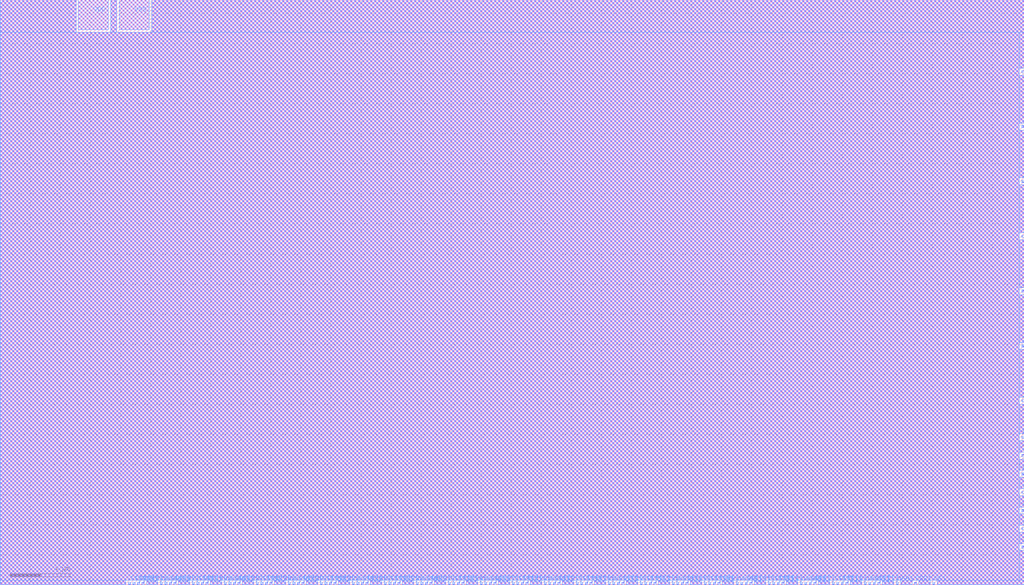
<source format=lef>
VERSION 5.5 ;
NAMESCASESENSITIVE ON ;
BUSBITCHARS "[]" ;
DIVIDERCHAR "/" ;

MACRO sram6t128x48
  CLASS BLOCK ;
  SOURCE USER ;
  ORIGIN 0 0 ;
  SIZE 68.096 BY 38.912 ;
  SYMMETRY X Y R90 ;

  PIN CE1
    DIRECTION INPUT ;
    USE SIGNAL ;
    PORT
      LAYER M2 ;
        RECT 62.016 0.000 62.168 0.152 ;
    END
    PORT
      LAYER M3 ;
        RECT 62.016 0.000 62.168 0.152 ;
    END
    PORT
      LAYER M4 ;
        RECT 62.016 0.000 62.168 0.152 ;
    END
    PORT
      LAYER M5 ;
        RECT 62.016 0.000 62.168 0.152 ;
    END
  END CE1

  PIN CSB1
    DIRECTION INPUT ;
    USE SIGNAL ;
    PORT
      LAYER M2 ;
        RECT 60.800 0.000 60.952 0.152 ;
    END
    PORT
      LAYER M3 ;
        RECT 60.800 0.000 60.952 0.152 ;
    END
    PORT
      LAYER M4 ;
        RECT 60.800 0.000 60.952 0.152 ;
    END
    PORT
      LAYER M5 ;
        RECT 60.800 0.000 60.952 0.152 ;
    END
  END CSB1

  PIN OEB1
    DIRECTION INPUT ;
    USE SIGNAL ;
    PORT
      LAYER M2 ;
        RECT 59.584 0.000 59.736 0.152 ;
    END
    PORT
      LAYER M3 ;
        RECT 59.584 0.000 59.736 0.152 ;
    END
    PORT
      LAYER M4 ;
        RECT 59.584 0.000 59.736 0.152 ;
    END
    PORT
      LAYER M5 ;
        RECT 59.584 0.000 59.736 0.152 ;
    END
  END OEB1

  PIN O1[3]
    DIRECTION OUTPUT ;
    USE SIGNAL ;
    PORT
      LAYER M2 ;
        RECT 58.368 0.000 58.520 0.152 ;
    END
    PORT
      LAYER M3 ;
        RECT 58.368 0.000 58.520 0.152 ;
    END
    PORT
      LAYER M4 ;
        RECT 58.368 0.000 58.520 0.152 ;
    END
    PORT
      LAYER M5 ;
        RECT 58.368 0.000 58.520 0.152 ;
    END
  END O1[3]

  PIN O1[2]
    DIRECTION OUTPUT ;
    USE SIGNAL ;
    PORT
      LAYER M2 ;
        RECT 58.064 0.000 58.216 0.152 ;
    END
    PORT
      LAYER M3 ;
        RECT 58.064 0.000 58.216 0.152 ;
    END
    PORT
      LAYER M4 ;
        RECT 58.064 0.000 58.216 0.152 ;
    END
    PORT
      LAYER M5 ;
        RECT 58.064 0.000 58.216 0.152 ;
    END
  END O1[2]

  PIN O1[1]
    DIRECTION OUTPUT ;
    USE SIGNAL ;
    PORT
      LAYER M2 ;
        RECT 57.760 0.000 57.912 0.152 ;
    END
    PORT
      LAYER M3 ;
        RECT 57.760 0.000 57.912 0.152 ;
    END
    PORT
      LAYER M4 ;
        RECT 57.760 0.000 57.912 0.152 ;
    END
    PORT
      LAYER M5 ;
        RECT 57.760 0.000 57.912 0.152 ;
    END
  END O1[1]

  PIN O1[0]
    DIRECTION OUTPUT ;
    USE SIGNAL ;
    PORT
      LAYER M2 ;
        RECT 57.456 0.000 57.608 0.152 ;
    END
    PORT
      LAYER M3 ;
        RECT 57.456 0.000 57.608 0.152 ;
    END
    PORT
      LAYER M4 ;
        RECT 57.456 0.000 57.608 0.152 ;
    END
    PORT
      LAYER M5 ;
        RECT 57.456 0.000 57.608 0.152 ;
    END
  END O1[0]

  PIN I1[0]
    DIRECTION INPUT ;
    USE SIGNAL ;
    PORT
      LAYER M2 ;
        RECT 56.240 0.000 56.392 0.152 ;
    END
    PORT
      LAYER M3 ;
        RECT 56.240 0.000 56.392 0.152 ;
    END
    PORT
      LAYER M4 ;
        RECT 56.240 0.000 56.392 0.152 ;
    END
    PORT
      LAYER M5 ;
        RECT 56.240 0.000 56.392 0.152 ;
    END
  END I1[0]

  PIN I1[1]
    DIRECTION INPUT ;
    USE SIGNAL ;
    PORT
      LAYER M2 ;
        RECT 55.936 0.000 56.088 0.152 ;
    END
    PORT
      LAYER M3 ;
        RECT 55.936 0.000 56.088 0.152 ;
    END
    PORT
      LAYER M4 ;
        RECT 55.936 0.000 56.088 0.152 ;
    END
    PORT
      LAYER M5 ;
        RECT 55.936 0.000 56.088 0.152 ;
    END
  END I1[1]

  PIN I1[2]
    DIRECTION INPUT ;
    USE SIGNAL ;
    PORT
      LAYER M2 ;
        RECT 55.632 0.000 55.784 0.152 ;
    END
    PORT
      LAYER M3 ;
        RECT 55.632 0.000 55.784 0.152 ;
    END
    PORT
      LAYER M4 ;
        RECT 55.632 0.000 55.784 0.152 ;
    END
    PORT
      LAYER M5 ;
        RECT 55.632 0.000 55.784 0.152 ;
    END
  END I1[2]

  PIN I1[3]
    DIRECTION INPUT ;
    USE SIGNAL ;
    PORT
      LAYER M2 ;
        RECT 55.328 0.000 55.480 0.152 ;
    END
    PORT
      LAYER M3 ;
        RECT 55.328 0.000 55.480 0.152 ;
    END
    PORT
      LAYER M4 ;
        RECT 55.328 0.000 55.480 0.152 ;
    END
    PORT
      LAYER M5 ;
        RECT 55.328 0.000 55.480 0.152 ;
    END
  END I1[3]

  PIN O1[7]
    DIRECTION OUTPUT ;
    USE SIGNAL ;
    PORT
      LAYER M2 ;
        RECT 54.112 0.000 54.264 0.152 ;
    END
    PORT
      LAYER M3 ;
        RECT 54.112 0.000 54.264 0.152 ;
    END
    PORT
      LAYER M4 ;
        RECT 54.112 0.000 54.264 0.152 ;
    END
    PORT
      LAYER M5 ;
        RECT 54.112 0.000 54.264 0.152 ;
    END
  END O1[7]

  PIN O1[6]
    DIRECTION OUTPUT ;
    USE SIGNAL ;
    PORT
      LAYER M2 ;
        RECT 53.808 0.000 53.960 0.152 ;
    END
    PORT
      LAYER M3 ;
        RECT 53.808 0.000 53.960 0.152 ;
    END
    PORT
      LAYER M4 ;
        RECT 53.808 0.000 53.960 0.152 ;
    END
    PORT
      LAYER M5 ;
        RECT 53.808 0.000 53.960 0.152 ;
    END
  END O1[6]

  PIN O1[5]
    DIRECTION OUTPUT ;
    USE SIGNAL ;
    PORT
      LAYER M2 ;
        RECT 53.504 0.000 53.656 0.152 ;
    END
    PORT
      LAYER M3 ;
        RECT 53.504 0.000 53.656 0.152 ;
    END
    PORT
      LAYER M4 ;
        RECT 53.504 0.000 53.656 0.152 ;
    END
    PORT
      LAYER M5 ;
        RECT 53.504 0.000 53.656 0.152 ;
    END
  END O1[5]

  PIN O1[4]
    DIRECTION OUTPUT ;
    USE SIGNAL ;
    PORT
      LAYER M2 ;
        RECT 53.200 0.000 53.352 0.152 ;
    END
    PORT
      LAYER M3 ;
        RECT 53.200 0.000 53.352 0.152 ;
    END
    PORT
      LAYER M4 ;
        RECT 53.200 0.000 53.352 0.152 ;
    END
    PORT
      LAYER M5 ;
        RECT 53.200 0.000 53.352 0.152 ;
    END
  END O1[4]

  PIN I1[4]
    DIRECTION INPUT ;
    USE SIGNAL ;
    PORT
      LAYER M2 ;
        RECT 51.984 0.000 52.136 0.152 ;
    END
    PORT
      LAYER M3 ;
        RECT 51.984 0.000 52.136 0.152 ;
    END
    PORT
      LAYER M4 ;
        RECT 51.984 0.000 52.136 0.152 ;
    END
    PORT
      LAYER M5 ;
        RECT 51.984 0.000 52.136 0.152 ;
    END
  END I1[4]

  PIN I1[5]
    DIRECTION INPUT ;
    USE SIGNAL ;
    PORT
      LAYER M2 ;
        RECT 51.680 0.000 51.832 0.152 ;
    END
    PORT
      LAYER M3 ;
        RECT 51.680 0.000 51.832 0.152 ;
    END
    PORT
      LAYER M4 ;
        RECT 51.680 0.000 51.832 0.152 ;
    END
    PORT
      LAYER M5 ;
        RECT 51.680 0.000 51.832 0.152 ;
    END
  END I1[5]

  PIN I1[6]
    DIRECTION INPUT ;
    USE SIGNAL ;
    PORT
      LAYER M2 ;
        RECT 51.376 0.000 51.528 0.152 ;
    END
    PORT
      LAYER M3 ;
        RECT 51.376 0.000 51.528 0.152 ;
    END
    PORT
      LAYER M4 ;
        RECT 51.376 0.000 51.528 0.152 ;
    END
    PORT
      LAYER M5 ;
        RECT 51.376 0.000 51.528 0.152 ;
    END
  END I1[6]

  PIN I1[7]
    DIRECTION INPUT ;
    USE SIGNAL ;
    PORT
      LAYER M2 ;
        RECT 51.072 0.000 51.224 0.152 ;
    END
    PORT
      LAYER M3 ;
        RECT 51.072 0.000 51.224 0.152 ;
    END
    PORT
      LAYER M4 ;
        RECT 51.072 0.000 51.224 0.152 ;
    END
    PORT
      LAYER M5 ;
        RECT 51.072 0.000 51.224 0.152 ;
    END
  END I1[7]

  PIN O1[11]
    DIRECTION OUTPUT ;
    USE SIGNAL ;
    PORT
      LAYER M2 ;
        RECT 49.856 0.000 50.008 0.152 ;
    END
    PORT
      LAYER M3 ;
        RECT 49.856 0.000 50.008 0.152 ;
    END
    PORT
      LAYER M4 ;
        RECT 49.856 0.000 50.008 0.152 ;
    END
    PORT
      LAYER M5 ;
        RECT 49.856 0.000 50.008 0.152 ;
    END
  END O1[11]

  PIN O1[10]
    DIRECTION OUTPUT ;
    USE SIGNAL ;
    PORT
      LAYER M2 ;
        RECT 49.552 0.000 49.704 0.152 ;
    END
    PORT
      LAYER M3 ;
        RECT 49.552 0.000 49.704 0.152 ;
    END
    PORT
      LAYER M4 ;
        RECT 49.552 0.000 49.704 0.152 ;
    END
    PORT
      LAYER M5 ;
        RECT 49.552 0.000 49.704 0.152 ;
    END
  END O1[10]

  PIN O1[9]
    DIRECTION OUTPUT ;
    USE SIGNAL ;
    PORT
      LAYER M2 ;
        RECT 49.248 0.000 49.400 0.152 ;
    END
    PORT
      LAYER M3 ;
        RECT 49.248 0.000 49.400 0.152 ;
    END
    PORT
      LAYER M4 ;
        RECT 49.248 0.000 49.400 0.152 ;
    END
    PORT
      LAYER M5 ;
        RECT 49.248 0.000 49.400 0.152 ;
    END
  END O1[9]

  PIN O1[8]
    DIRECTION OUTPUT ;
    USE SIGNAL ;
    PORT
      LAYER M2 ;
        RECT 48.944 0.000 49.096 0.152 ;
    END
    PORT
      LAYER M3 ;
        RECT 48.944 0.000 49.096 0.152 ;
    END
    PORT
      LAYER M4 ;
        RECT 48.944 0.000 49.096 0.152 ;
    END
    PORT
      LAYER M5 ;
        RECT 48.944 0.000 49.096 0.152 ;
    END
  END O1[8]

  PIN I1[8]
    DIRECTION INPUT ;
    USE SIGNAL ;
    PORT
      LAYER M2 ;
        RECT 47.728 0.000 47.880 0.152 ;
    END
    PORT
      LAYER M3 ;
        RECT 47.728 0.000 47.880 0.152 ;
    END
    PORT
      LAYER M4 ;
        RECT 47.728 0.000 47.880 0.152 ;
    END
    PORT
      LAYER M5 ;
        RECT 47.728 0.000 47.880 0.152 ;
    END
  END I1[8]

  PIN I1[9]
    DIRECTION INPUT ;
    USE SIGNAL ;
    PORT
      LAYER M2 ;
        RECT 47.424 0.000 47.576 0.152 ;
    END
    PORT
      LAYER M3 ;
        RECT 47.424 0.000 47.576 0.152 ;
    END
    PORT
      LAYER M4 ;
        RECT 47.424 0.000 47.576 0.152 ;
    END
    PORT
      LAYER M5 ;
        RECT 47.424 0.000 47.576 0.152 ;
    END
  END I1[9]

  PIN I1[10]
    DIRECTION INPUT ;
    USE SIGNAL ;
    PORT
      LAYER M2 ;
        RECT 47.120 0.000 47.272 0.152 ;
    END
    PORT
      LAYER M3 ;
        RECT 47.120 0.000 47.272 0.152 ;
    END
    PORT
      LAYER M4 ;
        RECT 47.120 0.000 47.272 0.152 ;
    END
    PORT
      LAYER M5 ;
        RECT 47.120 0.000 47.272 0.152 ;
    END
  END I1[10]

  PIN I1[11]
    DIRECTION INPUT ;
    USE SIGNAL ;
    PORT
      LAYER M2 ;
        RECT 46.816 0.000 46.968 0.152 ;
    END
    PORT
      LAYER M3 ;
        RECT 46.816 0.000 46.968 0.152 ;
    END
    PORT
      LAYER M4 ;
        RECT 46.816 0.000 46.968 0.152 ;
    END
    PORT
      LAYER M5 ;
        RECT 46.816 0.000 46.968 0.152 ;
    END
  END I1[11]

  PIN O1[15]
    DIRECTION OUTPUT ;
    USE SIGNAL ;
    PORT
      LAYER M2 ;
        RECT 45.600 0.000 45.752 0.152 ;
    END
    PORT
      LAYER M3 ;
        RECT 45.600 0.000 45.752 0.152 ;
    END
    PORT
      LAYER M4 ;
        RECT 45.600 0.000 45.752 0.152 ;
    END
    PORT
      LAYER M5 ;
        RECT 45.600 0.000 45.752 0.152 ;
    END
  END O1[15]

  PIN O1[14]
    DIRECTION OUTPUT ;
    USE SIGNAL ;
    PORT
      LAYER M2 ;
        RECT 45.296 0.000 45.448 0.152 ;
    END
    PORT
      LAYER M3 ;
        RECT 45.296 0.000 45.448 0.152 ;
    END
    PORT
      LAYER M4 ;
        RECT 45.296 0.000 45.448 0.152 ;
    END
    PORT
      LAYER M5 ;
        RECT 45.296 0.000 45.448 0.152 ;
    END
  END O1[14]

  PIN O1[13]
    DIRECTION OUTPUT ;
    USE SIGNAL ;
    PORT
      LAYER M2 ;
        RECT 44.992 0.000 45.144 0.152 ;
    END
    PORT
      LAYER M3 ;
        RECT 44.992 0.000 45.144 0.152 ;
    END
    PORT
      LAYER M4 ;
        RECT 44.992 0.000 45.144 0.152 ;
    END
    PORT
      LAYER M5 ;
        RECT 44.992 0.000 45.144 0.152 ;
    END
  END O1[13]

  PIN O1[12]
    DIRECTION OUTPUT ;
    USE SIGNAL ;
    PORT
      LAYER M2 ;
        RECT 44.688 0.000 44.840 0.152 ;
    END
    PORT
      LAYER M3 ;
        RECT 44.688 0.000 44.840 0.152 ;
    END
    PORT
      LAYER M4 ;
        RECT 44.688 0.000 44.840 0.152 ;
    END
    PORT
      LAYER M5 ;
        RECT 44.688 0.000 44.840 0.152 ;
    END
  END O1[12]

  PIN I1[12]
    DIRECTION INPUT ;
    USE SIGNAL ;
    PORT
      LAYER M2 ;
        RECT 43.472 0.000 43.624 0.152 ;
    END
    PORT
      LAYER M3 ;
        RECT 43.472 0.000 43.624 0.152 ;
    END
    PORT
      LAYER M4 ;
        RECT 43.472 0.000 43.624 0.152 ;
    END
    PORT
      LAYER M5 ;
        RECT 43.472 0.000 43.624 0.152 ;
    END
  END I1[12]

  PIN I1[13]
    DIRECTION INPUT ;
    USE SIGNAL ;
    PORT
      LAYER M2 ;
        RECT 43.168 0.000 43.320 0.152 ;
    END
    PORT
      LAYER M3 ;
        RECT 43.168 0.000 43.320 0.152 ;
    END
    PORT
      LAYER M4 ;
        RECT 43.168 0.000 43.320 0.152 ;
    END
    PORT
      LAYER M5 ;
        RECT 43.168 0.000 43.320 0.152 ;
    END
  END I1[13]

  PIN I1[14]
    DIRECTION INPUT ;
    USE SIGNAL ;
    PORT
      LAYER M2 ;
        RECT 42.864 0.000 43.016 0.152 ;
    END
    PORT
      LAYER M3 ;
        RECT 42.864 0.000 43.016 0.152 ;
    END
    PORT
      LAYER M4 ;
        RECT 42.864 0.000 43.016 0.152 ;
    END
    PORT
      LAYER M5 ;
        RECT 42.864 0.000 43.016 0.152 ;
    END
  END I1[14]

  PIN I1[15]
    DIRECTION INPUT ;
    USE SIGNAL ;
    PORT
      LAYER M2 ;
        RECT 42.560 0.000 42.712 0.152 ;
    END
    PORT
      LAYER M3 ;
        RECT 42.560 0.000 42.712 0.152 ;
    END
    PORT
      LAYER M4 ;
        RECT 42.560 0.000 42.712 0.152 ;
    END
    PORT
      LAYER M5 ;
        RECT 42.560 0.000 42.712 0.152 ;
    END
  END I1[15]

  PIN O1[19]
    DIRECTION OUTPUT ;
    USE SIGNAL ;
    PORT
      LAYER M2 ;
        RECT 41.344 0.000 41.496 0.152 ;
    END
    PORT
      LAYER M3 ;
        RECT 41.344 0.000 41.496 0.152 ;
    END
    PORT
      LAYER M4 ;
        RECT 41.344 0.000 41.496 0.152 ;
    END
    PORT
      LAYER M5 ;
        RECT 41.344 0.000 41.496 0.152 ;
    END
  END O1[19]

  PIN O1[18]
    DIRECTION OUTPUT ;
    USE SIGNAL ;
    PORT
      LAYER M2 ;
        RECT 41.040 0.000 41.192 0.152 ;
    END
    PORT
      LAYER M3 ;
        RECT 41.040 0.000 41.192 0.152 ;
    END
    PORT
      LAYER M4 ;
        RECT 41.040 0.000 41.192 0.152 ;
    END
    PORT
      LAYER M5 ;
        RECT 41.040 0.000 41.192 0.152 ;
    END
  END O1[18]

  PIN O1[17]
    DIRECTION OUTPUT ;
    USE SIGNAL ;
    PORT
      LAYER M2 ;
        RECT 40.736 0.000 40.888 0.152 ;
    END
    PORT
      LAYER M3 ;
        RECT 40.736 0.000 40.888 0.152 ;
    END
    PORT
      LAYER M4 ;
        RECT 40.736 0.000 40.888 0.152 ;
    END
    PORT
      LAYER M5 ;
        RECT 40.736 0.000 40.888 0.152 ;
    END
  END O1[17]

  PIN O1[16]
    DIRECTION OUTPUT ;
    USE SIGNAL ;
    PORT
      LAYER M2 ;
        RECT 40.432 0.000 40.584 0.152 ;
    END
    PORT
      LAYER M3 ;
        RECT 40.432 0.000 40.584 0.152 ;
    END
    PORT
      LAYER M4 ;
        RECT 40.432 0.000 40.584 0.152 ;
    END
    PORT
      LAYER M5 ;
        RECT 40.432 0.000 40.584 0.152 ;
    END
  END O1[16]

  PIN I1[16]
    DIRECTION INPUT ;
    USE SIGNAL ;
    PORT
      LAYER M2 ;
        RECT 39.216 0.000 39.368 0.152 ;
    END
    PORT
      LAYER M3 ;
        RECT 39.216 0.000 39.368 0.152 ;
    END
    PORT
      LAYER M4 ;
        RECT 39.216 0.000 39.368 0.152 ;
    END
    PORT
      LAYER M5 ;
        RECT 39.216 0.000 39.368 0.152 ;
    END
  END I1[16]

  PIN I1[17]
    DIRECTION INPUT ;
    USE SIGNAL ;
    PORT
      LAYER M2 ;
        RECT 38.912 0.000 39.064 0.152 ;
    END
    PORT
      LAYER M3 ;
        RECT 38.912 0.000 39.064 0.152 ;
    END
    PORT
      LAYER M4 ;
        RECT 38.912 0.000 39.064 0.152 ;
    END
    PORT
      LAYER M5 ;
        RECT 38.912 0.000 39.064 0.152 ;
    END
  END I1[17]

  PIN I1[18]
    DIRECTION INPUT ;
    USE SIGNAL ;
    PORT
      LAYER M2 ;
        RECT 38.608 0.000 38.760 0.152 ;
    END
    PORT
      LAYER M3 ;
        RECT 38.608 0.000 38.760 0.152 ;
    END
    PORT
      LAYER M4 ;
        RECT 38.608 0.000 38.760 0.152 ;
    END
    PORT
      LAYER M5 ;
        RECT 38.608 0.000 38.760 0.152 ;
    END
  END I1[18]

  PIN I1[19]
    DIRECTION INPUT ;
    USE SIGNAL ;
    PORT
      LAYER M2 ;
        RECT 38.304 0.000 38.456 0.152 ;
    END
    PORT
      LAYER M3 ;
        RECT 38.304 0.000 38.456 0.152 ;
    END
    PORT
      LAYER M4 ;
        RECT 38.304 0.000 38.456 0.152 ;
    END
    PORT
      LAYER M5 ;
        RECT 38.304 0.000 38.456 0.152 ;
    END
  END I1[19]

  PIN O1[23]
    DIRECTION OUTPUT ;
    USE SIGNAL ;
    PORT
      LAYER M2 ;
        RECT 37.088 0.000 37.240 0.152 ;
    END
    PORT
      LAYER M3 ;
        RECT 37.088 0.000 37.240 0.152 ;
    END
    PORT
      LAYER M4 ;
        RECT 37.088 0.000 37.240 0.152 ;
    END
    PORT
      LAYER M5 ;
        RECT 37.088 0.000 37.240 0.152 ;
    END
  END O1[23]

  PIN O1[22]
    DIRECTION OUTPUT ;
    USE SIGNAL ;
    PORT
      LAYER M2 ;
        RECT 36.784 0.000 36.936 0.152 ;
    END
    PORT
      LAYER M3 ;
        RECT 36.784 0.000 36.936 0.152 ;
    END
    PORT
      LAYER M4 ;
        RECT 36.784 0.000 36.936 0.152 ;
    END
    PORT
      LAYER M5 ;
        RECT 36.784 0.000 36.936 0.152 ;
    END
  END O1[22]

  PIN O1[21]
    DIRECTION OUTPUT ;
    USE SIGNAL ;
    PORT
      LAYER M2 ;
        RECT 36.480 0.000 36.632 0.152 ;
    END
    PORT
      LAYER M3 ;
        RECT 36.480 0.000 36.632 0.152 ;
    END
    PORT
      LAYER M4 ;
        RECT 36.480 0.000 36.632 0.152 ;
    END
    PORT
      LAYER M5 ;
        RECT 36.480 0.000 36.632 0.152 ;
    END
  END O1[21]

  PIN O1[20]
    DIRECTION OUTPUT ;
    USE SIGNAL ;
    PORT
      LAYER M2 ;
        RECT 36.176 0.000 36.328 0.152 ;
    END
    PORT
      LAYER M3 ;
        RECT 36.176 0.000 36.328 0.152 ;
    END
    PORT
      LAYER M4 ;
        RECT 36.176 0.000 36.328 0.152 ;
    END
    PORT
      LAYER M5 ;
        RECT 36.176 0.000 36.328 0.152 ;
    END
  END O1[20]

  PIN I1[20]
    DIRECTION INPUT ;
    USE SIGNAL ;
    PORT
      LAYER M2 ;
        RECT 34.960 0.000 35.112 0.152 ;
    END
    PORT
      LAYER M3 ;
        RECT 34.960 0.000 35.112 0.152 ;
    END
    PORT
      LAYER M4 ;
        RECT 34.960 0.000 35.112 0.152 ;
    END
    PORT
      LAYER M5 ;
        RECT 34.960 0.000 35.112 0.152 ;
    END
  END I1[20]

  PIN I1[21]
    DIRECTION INPUT ;
    USE SIGNAL ;
    PORT
      LAYER M2 ;
        RECT 34.656 0.000 34.808 0.152 ;
    END
    PORT
      LAYER M3 ;
        RECT 34.656 0.000 34.808 0.152 ;
    END
    PORT
      LAYER M4 ;
        RECT 34.656 0.000 34.808 0.152 ;
    END
    PORT
      LAYER M5 ;
        RECT 34.656 0.000 34.808 0.152 ;
    END
  END I1[21]

  PIN I1[22]
    DIRECTION INPUT ;
    USE SIGNAL ;
    PORT
      LAYER M2 ;
        RECT 34.352 0.000 34.504 0.152 ;
    END
    PORT
      LAYER M3 ;
        RECT 34.352 0.000 34.504 0.152 ;
    END
    PORT
      LAYER M4 ;
        RECT 34.352 0.000 34.504 0.152 ;
    END
    PORT
      LAYER M5 ;
        RECT 34.352 0.000 34.504 0.152 ;
    END
  END I1[22]

  PIN I1[23]
    DIRECTION INPUT ;
    USE SIGNAL ;
    PORT
      LAYER M2 ;
        RECT 34.048 0.000 34.200 0.152 ;
    END
    PORT
      LAYER M3 ;
        RECT 34.048 0.000 34.200 0.152 ;
    END
    PORT
      LAYER M4 ;
        RECT 34.048 0.000 34.200 0.152 ;
    END
    PORT
      LAYER M5 ;
        RECT 34.048 0.000 34.200 0.152 ;
    END
  END I1[23]

  PIN O1[27]
    DIRECTION OUTPUT ;
    USE SIGNAL ;
    PORT
      LAYER M2 ;
        RECT 32.832 0.000 32.984 0.152 ;
    END
    PORT
      LAYER M3 ;
        RECT 32.832 0.000 32.984 0.152 ;
    END
    PORT
      LAYER M4 ;
        RECT 32.832 0.000 32.984 0.152 ;
    END
    PORT
      LAYER M5 ;
        RECT 32.832 0.000 32.984 0.152 ;
    END
  END O1[27]

  PIN O1[26]
    DIRECTION OUTPUT ;
    USE SIGNAL ;
    PORT
      LAYER M2 ;
        RECT 32.528 0.000 32.680 0.152 ;
    END
    PORT
      LAYER M3 ;
        RECT 32.528 0.000 32.680 0.152 ;
    END
    PORT
      LAYER M4 ;
        RECT 32.528 0.000 32.680 0.152 ;
    END
    PORT
      LAYER M5 ;
        RECT 32.528 0.000 32.680 0.152 ;
    END
  END O1[26]

  PIN O1[25]
    DIRECTION OUTPUT ;
    USE SIGNAL ;
    PORT
      LAYER M2 ;
        RECT 32.224 0.000 32.376 0.152 ;
    END
    PORT
      LAYER M3 ;
        RECT 32.224 0.000 32.376 0.152 ;
    END
    PORT
      LAYER M4 ;
        RECT 32.224 0.000 32.376 0.152 ;
    END
    PORT
      LAYER M5 ;
        RECT 32.224 0.000 32.376 0.152 ;
    END
  END O1[25]

  PIN O1[24]
    DIRECTION OUTPUT ;
    USE SIGNAL ;
    PORT
      LAYER M2 ;
        RECT 31.920 0.000 32.072 0.152 ;
    END
    PORT
      LAYER M3 ;
        RECT 31.920 0.000 32.072 0.152 ;
    END
    PORT
      LAYER M4 ;
        RECT 31.920 0.000 32.072 0.152 ;
    END
    PORT
      LAYER M5 ;
        RECT 31.920 0.000 32.072 0.152 ;
    END
  END O1[24]

  PIN I1[24]
    DIRECTION INPUT ;
    USE SIGNAL ;
    PORT
      LAYER M2 ;
        RECT 30.704 0.000 30.856 0.152 ;
    END
    PORT
      LAYER M3 ;
        RECT 30.704 0.000 30.856 0.152 ;
    END
    PORT
      LAYER M4 ;
        RECT 30.704 0.000 30.856 0.152 ;
    END
    PORT
      LAYER M5 ;
        RECT 30.704 0.000 30.856 0.152 ;
    END
  END I1[24]

  PIN I1[25]
    DIRECTION INPUT ;
    USE SIGNAL ;
    PORT
      LAYER M2 ;
        RECT 30.400 0.000 30.552 0.152 ;
    END
    PORT
      LAYER M3 ;
        RECT 30.400 0.000 30.552 0.152 ;
    END
    PORT
      LAYER M4 ;
        RECT 30.400 0.000 30.552 0.152 ;
    END
    PORT
      LAYER M5 ;
        RECT 30.400 0.000 30.552 0.152 ;
    END
  END I1[25]

  PIN I1[26]
    DIRECTION INPUT ;
    USE SIGNAL ;
    PORT
      LAYER M2 ;
        RECT 30.096 0.000 30.248 0.152 ;
    END
    PORT
      LAYER M3 ;
        RECT 30.096 0.000 30.248 0.152 ;
    END
    PORT
      LAYER M4 ;
        RECT 30.096 0.000 30.248 0.152 ;
    END
    PORT
      LAYER M5 ;
        RECT 30.096 0.000 30.248 0.152 ;
    END
  END I1[26]

  PIN I1[27]
    DIRECTION INPUT ;
    USE SIGNAL ;
    PORT
      LAYER M2 ;
        RECT 29.792 0.000 29.944 0.152 ;
    END
    PORT
      LAYER M3 ;
        RECT 29.792 0.000 29.944 0.152 ;
    END
    PORT
      LAYER M4 ;
        RECT 29.792 0.000 29.944 0.152 ;
    END
    PORT
      LAYER M5 ;
        RECT 29.792 0.000 29.944 0.152 ;
    END
  END I1[27]

  PIN O1[31]
    DIRECTION OUTPUT ;
    USE SIGNAL ;
    PORT
      LAYER M2 ;
        RECT 28.576 0.000 28.728 0.152 ;
    END
    PORT
      LAYER M3 ;
        RECT 28.576 0.000 28.728 0.152 ;
    END
    PORT
      LAYER M4 ;
        RECT 28.576 0.000 28.728 0.152 ;
    END
    PORT
      LAYER M5 ;
        RECT 28.576 0.000 28.728 0.152 ;
    END
  END O1[31]

  PIN O1[30]
    DIRECTION OUTPUT ;
    USE SIGNAL ;
    PORT
      LAYER M2 ;
        RECT 28.272 0.000 28.424 0.152 ;
    END
    PORT
      LAYER M3 ;
        RECT 28.272 0.000 28.424 0.152 ;
    END
    PORT
      LAYER M4 ;
        RECT 28.272 0.000 28.424 0.152 ;
    END
    PORT
      LAYER M5 ;
        RECT 28.272 0.000 28.424 0.152 ;
    END
  END O1[30]

  PIN O1[29]
    DIRECTION OUTPUT ;
    USE SIGNAL ;
    PORT
      LAYER M2 ;
        RECT 27.968 0.000 28.120 0.152 ;
    END
    PORT
      LAYER M3 ;
        RECT 27.968 0.000 28.120 0.152 ;
    END
    PORT
      LAYER M4 ;
        RECT 27.968 0.000 28.120 0.152 ;
    END
    PORT
      LAYER M5 ;
        RECT 27.968 0.000 28.120 0.152 ;
    END
  END O1[29]

  PIN O1[28]
    DIRECTION OUTPUT ;
    USE SIGNAL ;
    PORT
      LAYER M2 ;
        RECT 27.664 0.000 27.816 0.152 ;
    END
    PORT
      LAYER M3 ;
        RECT 27.664 0.000 27.816 0.152 ;
    END
    PORT
      LAYER M4 ;
        RECT 27.664 0.000 27.816 0.152 ;
    END
    PORT
      LAYER M5 ;
        RECT 27.664 0.000 27.816 0.152 ;
    END
  END O1[28]

  PIN I1[28]
    DIRECTION INPUT ;
    USE SIGNAL ;
    PORT
      LAYER M2 ;
        RECT 26.448 0.000 26.600 0.152 ;
    END
    PORT
      LAYER M3 ;
        RECT 26.448 0.000 26.600 0.152 ;
    END
    PORT
      LAYER M4 ;
        RECT 26.448 0.000 26.600 0.152 ;
    END
    PORT
      LAYER M5 ;
        RECT 26.448 0.000 26.600 0.152 ;
    END
  END I1[28]

  PIN I1[29]
    DIRECTION INPUT ;
    USE SIGNAL ;
    PORT
      LAYER M2 ;
        RECT 26.144 0.000 26.296 0.152 ;
    END
    PORT
      LAYER M3 ;
        RECT 26.144 0.000 26.296 0.152 ;
    END
    PORT
      LAYER M4 ;
        RECT 26.144 0.000 26.296 0.152 ;
    END
    PORT
      LAYER M5 ;
        RECT 26.144 0.000 26.296 0.152 ;
    END
  END I1[29]

  PIN I1[30]
    DIRECTION INPUT ;
    USE SIGNAL ;
    PORT
      LAYER M2 ;
        RECT 25.840 0.000 25.992 0.152 ;
    END
    PORT
      LAYER M3 ;
        RECT 25.840 0.000 25.992 0.152 ;
    END
    PORT
      LAYER M4 ;
        RECT 25.840 0.000 25.992 0.152 ;
    END
    PORT
      LAYER M5 ;
        RECT 25.840 0.000 25.992 0.152 ;
    END
  END I1[30]

  PIN I1[31]
    DIRECTION INPUT ;
    USE SIGNAL ;
    PORT
      LAYER M2 ;
        RECT 25.536 0.000 25.688 0.152 ;
    END
    PORT
      LAYER M3 ;
        RECT 25.536 0.000 25.688 0.152 ;
    END
    PORT
      LAYER M4 ;
        RECT 25.536 0.000 25.688 0.152 ;
    END
    PORT
      LAYER M5 ;
        RECT 25.536 0.000 25.688 0.152 ;
    END
  END I1[31]

  PIN O1[35]
    DIRECTION OUTPUT ;
    USE SIGNAL ;
    PORT
      LAYER M2 ;
        RECT 24.320 0.000 24.472 0.152 ;
    END
    PORT
      LAYER M3 ;
        RECT 24.320 0.000 24.472 0.152 ;
    END
    PORT
      LAYER M4 ;
        RECT 24.320 0.000 24.472 0.152 ;
    END
    PORT
      LAYER M5 ;
        RECT 24.320 0.000 24.472 0.152 ;
    END
  END O1[35]

  PIN O1[34]
    DIRECTION OUTPUT ;
    USE SIGNAL ;
    PORT
      LAYER M2 ;
        RECT 24.016 0.000 24.168 0.152 ;
    END
    PORT
      LAYER M3 ;
        RECT 24.016 0.000 24.168 0.152 ;
    END
    PORT
      LAYER M4 ;
        RECT 24.016 0.000 24.168 0.152 ;
    END
    PORT
      LAYER M5 ;
        RECT 24.016 0.000 24.168 0.152 ;
    END
  END O1[34]

  PIN O1[33]
    DIRECTION OUTPUT ;
    USE SIGNAL ;
    PORT
      LAYER M2 ;
        RECT 23.712 0.000 23.864 0.152 ;
    END
    PORT
      LAYER M3 ;
        RECT 23.712 0.000 23.864 0.152 ;
    END
    PORT
      LAYER M4 ;
        RECT 23.712 0.000 23.864 0.152 ;
    END
    PORT
      LAYER M5 ;
        RECT 23.712 0.000 23.864 0.152 ;
    END
  END O1[33]

  PIN O1[32]
    DIRECTION OUTPUT ;
    USE SIGNAL ;
    PORT
      LAYER M2 ;
        RECT 23.408 0.000 23.560 0.152 ;
    END
    PORT
      LAYER M3 ;
        RECT 23.408 0.000 23.560 0.152 ;
    END
    PORT
      LAYER M4 ;
        RECT 23.408 0.000 23.560 0.152 ;
    END
    PORT
      LAYER M5 ;
        RECT 23.408 0.000 23.560 0.152 ;
    END
  END O1[32]

  PIN I1[32]
    DIRECTION INPUT ;
    USE SIGNAL ;
    PORT
      LAYER M2 ;
        RECT 22.192 0.000 22.344 0.152 ;
    END
    PORT
      LAYER M3 ;
        RECT 22.192 0.000 22.344 0.152 ;
    END
    PORT
      LAYER M4 ;
        RECT 22.192 0.000 22.344 0.152 ;
    END
    PORT
      LAYER M5 ;
        RECT 22.192 0.000 22.344 0.152 ;
    END
  END I1[32]

  PIN I1[33]
    DIRECTION INPUT ;
    USE SIGNAL ;
    PORT
      LAYER M2 ;
        RECT 21.888 0.000 22.040 0.152 ;
    END
    PORT
      LAYER M3 ;
        RECT 21.888 0.000 22.040 0.152 ;
    END
    PORT
      LAYER M4 ;
        RECT 21.888 0.000 22.040 0.152 ;
    END
    PORT
      LAYER M5 ;
        RECT 21.888 0.000 22.040 0.152 ;
    END
  END I1[33]

  PIN I1[34]
    DIRECTION INPUT ;
    USE SIGNAL ;
    PORT
      LAYER M2 ;
        RECT 21.584 0.000 21.736 0.152 ;
    END
    PORT
      LAYER M3 ;
        RECT 21.584 0.000 21.736 0.152 ;
    END
    PORT
      LAYER M4 ;
        RECT 21.584 0.000 21.736 0.152 ;
    END
    PORT
      LAYER M5 ;
        RECT 21.584 0.000 21.736 0.152 ;
    END
  END I1[34]

  PIN I1[35]
    DIRECTION INPUT ;
    USE SIGNAL ;
    PORT
      LAYER M2 ;
        RECT 21.280 0.000 21.432 0.152 ;
    END
    PORT
      LAYER M3 ;
        RECT 21.280 0.000 21.432 0.152 ;
    END
    PORT
      LAYER M4 ;
        RECT 21.280 0.000 21.432 0.152 ;
    END
    PORT
      LAYER M5 ;
        RECT 21.280 0.000 21.432 0.152 ;
    END
  END I1[35]

  PIN O1[39]
    DIRECTION OUTPUT ;
    USE SIGNAL ;
    PORT
      LAYER M2 ;
        RECT 20.064 0.000 20.216 0.152 ;
    END
    PORT
      LAYER M3 ;
        RECT 20.064 0.000 20.216 0.152 ;
    END
    PORT
      LAYER M4 ;
        RECT 20.064 0.000 20.216 0.152 ;
    END
    PORT
      LAYER M5 ;
        RECT 20.064 0.000 20.216 0.152 ;
    END
  END O1[39]

  PIN O1[38]
    DIRECTION OUTPUT ;
    USE SIGNAL ;
    PORT
      LAYER M2 ;
        RECT 19.760 0.000 19.912 0.152 ;
    END
    PORT
      LAYER M3 ;
        RECT 19.760 0.000 19.912 0.152 ;
    END
    PORT
      LAYER M4 ;
        RECT 19.760 0.000 19.912 0.152 ;
    END
    PORT
      LAYER M5 ;
        RECT 19.760 0.000 19.912 0.152 ;
    END
  END O1[38]

  PIN O1[37]
    DIRECTION OUTPUT ;
    USE SIGNAL ;
    PORT
      LAYER M2 ;
        RECT 19.456 0.000 19.608 0.152 ;
    END
    PORT
      LAYER M3 ;
        RECT 19.456 0.000 19.608 0.152 ;
    END
    PORT
      LAYER M4 ;
        RECT 19.456 0.000 19.608 0.152 ;
    END
    PORT
      LAYER M5 ;
        RECT 19.456 0.000 19.608 0.152 ;
    END
  END O1[37]

  PIN O1[36]
    DIRECTION OUTPUT ;
    USE SIGNAL ;
    PORT
      LAYER M2 ;
        RECT 19.152 0.000 19.304 0.152 ;
    END
    PORT
      LAYER M3 ;
        RECT 19.152 0.000 19.304 0.152 ;
    END
    PORT
      LAYER M4 ;
        RECT 19.152 0.000 19.304 0.152 ;
    END
    PORT
      LAYER M5 ;
        RECT 19.152 0.000 19.304 0.152 ;
    END
  END O1[36]

  PIN I1[36]
    DIRECTION INPUT ;
    USE SIGNAL ;
    PORT
      LAYER M2 ;
        RECT 17.936 0.000 18.088 0.152 ;
    END
    PORT
      LAYER M3 ;
        RECT 17.936 0.000 18.088 0.152 ;
    END
    PORT
      LAYER M4 ;
        RECT 17.936 0.000 18.088 0.152 ;
    END
    PORT
      LAYER M5 ;
        RECT 17.936 0.000 18.088 0.152 ;
    END
  END I1[36]

  PIN I1[37]
    DIRECTION INPUT ;
    USE SIGNAL ;
    PORT
      LAYER M2 ;
        RECT 17.632 0.000 17.784 0.152 ;
    END
    PORT
      LAYER M3 ;
        RECT 17.632 0.000 17.784 0.152 ;
    END
    PORT
      LAYER M4 ;
        RECT 17.632 0.000 17.784 0.152 ;
    END
    PORT
      LAYER M5 ;
        RECT 17.632 0.000 17.784 0.152 ;
    END
  END I1[37]

  PIN I1[38]
    DIRECTION INPUT ;
    USE SIGNAL ;
    PORT
      LAYER M2 ;
        RECT 17.328 0.000 17.480 0.152 ;
    END
    PORT
      LAYER M3 ;
        RECT 17.328 0.000 17.480 0.152 ;
    END
    PORT
      LAYER M4 ;
        RECT 17.328 0.000 17.480 0.152 ;
    END
    PORT
      LAYER M5 ;
        RECT 17.328 0.000 17.480 0.152 ;
    END
  END I1[38]

  PIN I1[39]
    DIRECTION INPUT ;
    USE SIGNAL ;
    PORT
      LAYER M2 ;
        RECT 17.024 0.000 17.176 0.152 ;
    END
    PORT
      LAYER M3 ;
        RECT 17.024 0.000 17.176 0.152 ;
    END
    PORT
      LAYER M4 ;
        RECT 17.024 0.000 17.176 0.152 ;
    END
    PORT
      LAYER M5 ;
        RECT 17.024 0.000 17.176 0.152 ;
    END
  END I1[39]

  PIN O1[43]
    DIRECTION OUTPUT ;
    USE SIGNAL ;
    PORT
      LAYER M2 ;
        RECT 15.808 0.000 15.960 0.152 ;
    END
    PORT
      LAYER M3 ;
        RECT 15.808 0.000 15.960 0.152 ;
    END
    PORT
      LAYER M4 ;
        RECT 15.808 0.000 15.960 0.152 ;
    END
    PORT
      LAYER M5 ;
        RECT 15.808 0.000 15.960 0.152 ;
    END
  END O1[43]

  PIN O1[42]
    DIRECTION OUTPUT ;
    USE SIGNAL ;
    PORT
      LAYER M2 ;
        RECT 15.504 0.000 15.656 0.152 ;
    END
    PORT
      LAYER M3 ;
        RECT 15.504 0.000 15.656 0.152 ;
    END
    PORT
      LAYER M4 ;
        RECT 15.504 0.000 15.656 0.152 ;
    END
    PORT
      LAYER M5 ;
        RECT 15.504 0.000 15.656 0.152 ;
    END
  END O1[42]

  PIN O1[41]
    DIRECTION OUTPUT ;
    USE SIGNAL ;
    PORT
      LAYER M2 ;
        RECT 15.200 0.000 15.352 0.152 ;
    END
    PORT
      LAYER M3 ;
        RECT 15.200 0.000 15.352 0.152 ;
    END
    PORT
      LAYER M4 ;
        RECT 15.200 0.000 15.352 0.152 ;
    END
    PORT
      LAYER M5 ;
        RECT 15.200 0.000 15.352 0.152 ;
    END
  END O1[41]

  PIN O1[40]
    DIRECTION OUTPUT ;
    USE SIGNAL ;
    PORT
      LAYER M2 ;
        RECT 14.896 0.000 15.048 0.152 ;
    END
    PORT
      LAYER M3 ;
        RECT 14.896 0.000 15.048 0.152 ;
    END
    PORT
      LAYER M4 ;
        RECT 14.896 0.000 15.048 0.152 ;
    END
    PORT
      LAYER M5 ;
        RECT 14.896 0.000 15.048 0.152 ;
    END
  END O1[40]

  PIN I1[40]
    DIRECTION INPUT ;
    USE SIGNAL ;
    PORT
      LAYER M2 ;
        RECT 13.680 0.000 13.832 0.152 ;
    END
    PORT
      LAYER M3 ;
        RECT 13.680 0.000 13.832 0.152 ;
    END
    PORT
      LAYER M4 ;
        RECT 13.680 0.000 13.832 0.152 ;
    END
    PORT
      LAYER M5 ;
        RECT 13.680 0.000 13.832 0.152 ;
    END
  END I1[40]

  PIN I1[41]
    DIRECTION INPUT ;
    USE SIGNAL ;
    PORT
      LAYER M2 ;
        RECT 13.376 0.000 13.528 0.152 ;
    END
    PORT
      LAYER M3 ;
        RECT 13.376 0.000 13.528 0.152 ;
    END
    PORT
      LAYER M4 ;
        RECT 13.376 0.000 13.528 0.152 ;
    END
    PORT
      LAYER M5 ;
        RECT 13.376 0.000 13.528 0.152 ;
    END
  END I1[41]

  PIN I1[42]
    DIRECTION INPUT ;
    USE SIGNAL ;
    PORT
      LAYER M2 ;
        RECT 13.072 0.000 13.224 0.152 ;
    END
    PORT
      LAYER M3 ;
        RECT 13.072 0.000 13.224 0.152 ;
    END
    PORT
      LAYER M4 ;
        RECT 13.072 0.000 13.224 0.152 ;
    END
    PORT
      LAYER M5 ;
        RECT 13.072 0.000 13.224 0.152 ;
    END
  END I1[42]

  PIN I1[43]
    DIRECTION INPUT ;
    USE SIGNAL ;
    PORT
      LAYER M2 ;
        RECT 12.768 0.000 12.920 0.152 ;
    END
    PORT
      LAYER M3 ;
        RECT 12.768 0.000 12.920 0.152 ;
    END
    PORT
      LAYER M4 ;
        RECT 12.768 0.000 12.920 0.152 ;
    END
    PORT
      LAYER M5 ;
        RECT 12.768 0.000 12.920 0.152 ;
    END
  END I1[43]

  PIN O1[47]
    DIRECTION OUTPUT ;
    USE SIGNAL ;
    PORT
      LAYER M2 ;
        RECT 11.552 0.000 11.704 0.152 ;
    END
    PORT
      LAYER M3 ;
        RECT 11.552 0.000 11.704 0.152 ;
    END
    PORT
      LAYER M4 ;
        RECT 11.552 0.000 11.704 0.152 ;
    END
    PORT
      LAYER M5 ;
        RECT 11.552 0.000 11.704 0.152 ;
    END
  END O1[47]

  PIN O1[46]
    DIRECTION OUTPUT ;
    USE SIGNAL ;
    PORT
      LAYER M2 ;
        RECT 11.248 0.000 11.400 0.152 ;
    END
    PORT
      LAYER M3 ;
        RECT 11.248 0.000 11.400 0.152 ;
    END
    PORT
      LAYER M4 ;
        RECT 11.248 0.000 11.400 0.152 ;
    END
    PORT
      LAYER M5 ;
        RECT 11.248 0.000 11.400 0.152 ;
    END
  END O1[46]

  PIN O1[45]
    DIRECTION OUTPUT ;
    USE SIGNAL ;
    PORT
      LAYER M2 ;
        RECT 10.944 0.000 11.096 0.152 ;
    END
    PORT
      LAYER M3 ;
        RECT 10.944 0.000 11.096 0.152 ;
    END
    PORT
      LAYER M4 ;
        RECT 10.944 0.000 11.096 0.152 ;
    END
    PORT
      LAYER M5 ;
        RECT 10.944 0.000 11.096 0.152 ;
    END
  END O1[45]

  PIN O1[44]
    DIRECTION OUTPUT ;
    USE SIGNAL ;
    PORT
      LAYER M2 ;
        RECT 10.640 0.000 10.792 0.152 ;
    END
    PORT
      LAYER M3 ;
        RECT 10.640 0.000 10.792 0.152 ;
    END
    PORT
      LAYER M4 ;
        RECT 10.640 0.000 10.792 0.152 ;
    END
    PORT
      LAYER M5 ;
        RECT 10.640 0.000 10.792 0.152 ;
    END
  END O1[44]

  PIN I1[44]
    DIRECTION INPUT ;
    USE SIGNAL ;
    PORT
      LAYER M2 ;
        RECT 9.424 0.000 9.576 0.152 ;
    END
    PORT
      LAYER M3 ;
        RECT 9.424 0.000 9.576 0.152 ;
    END
    PORT
      LAYER M4 ;
        RECT 9.424 0.000 9.576 0.152 ;
    END
    PORT
      LAYER M5 ;
        RECT 9.424 0.000 9.576 0.152 ;
    END
  END I1[44]

  PIN I1[45]
    DIRECTION INPUT ;
    USE SIGNAL ;
    PORT
      LAYER M2 ;
        RECT 9.120 0.000 9.272 0.152 ;
    END
    PORT
      LAYER M3 ;
        RECT 9.120 0.000 9.272 0.152 ;
    END
    PORT
      LAYER M4 ;
        RECT 9.120 0.000 9.272 0.152 ;
    END
    PORT
      LAYER M5 ;
        RECT 9.120 0.000 9.272 0.152 ;
    END
  END I1[45]

  PIN I1[46]
    DIRECTION INPUT ;
    USE SIGNAL ;
    PORT
      LAYER M2 ;
        RECT 8.816 0.000 8.968 0.152 ;
    END
    PORT
      LAYER M3 ;
        RECT 8.816 0.000 8.968 0.152 ;
    END
    PORT
      LAYER M4 ;
        RECT 8.816 0.000 8.968 0.152 ;
    END
    PORT
      LAYER M5 ;
        RECT 8.816 0.000 8.968 0.152 ;
    END
  END I1[46]

  PIN I1[47]
    DIRECTION INPUT ;
    USE SIGNAL ;
    PORT
      LAYER M2 ;
        RECT 8.512 0.000 8.664 0.152 ;
    END
    PORT
      LAYER M3 ;
        RECT 8.512 0.000 8.664 0.152 ;
    END
    PORT
      LAYER M4 ;
        RECT 8.512 0.000 8.664 0.152 ;
    END
    PORT
      LAYER M5 ;
        RECT 8.512 0.000 8.664 0.152 ;
    END
  END I1[47]

  PIN A1[0]
    DIRECTION INPUT ;
    USE SIGNAL ;
    PORT
      LAYER M2 ;
        RECT 67.944 34.048 68.096 34.200 ;
    END
    PORT
      LAYER M3 ;
        RECT 67.944 34.048 68.096 34.200 ;
    END
    PORT
      LAYER M4 ;
        RECT 67.944 34.048 68.096 34.200 ;
    END
    PORT
      LAYER M5 ;
        RECT 67.944 34.048 68.096 34.200 ;
    END
  END A1[0]

  PIN A1[1]
    DIRECTION INPUT ;
    USE SIGNAL ;
    PORT
      LAYER M2 ;
        RECT 67.944 30.400 68.096 30.552 ;
    END
    PORT
      LAYER M3 ;
        RECT 67.944 30.400 68.096 30.552 ;
    END
    PORT
      LAYER M4 ;
        RECT 67.944 30.400 68.096 30.552 ;
    END
    PORT
      LAYER M5 ;
        RECT 67.944 30.400 68.096 30.552 ;
    END
  END A1[1]

  PIN A1[2]
    DIRECTION INPUT ;
    USE SIGNAL ;
    PORT
      LAYER M2 ;
        RECT 67.944 26.752 68.096 26.904 ;
    END
    PORT
      LAYER M3 ;
        RECT 67.944 26.752 68.096 26.904 ;
    END
    PORT
      LAYER M4 ;
        RECT 67.944 26.752 68.096 26.904 ;
    END
    PORT
      LAYER M5 ;
        RECT 67.944 26.752 68.096 26.904 ;
    END
  END A1[2]

  PIN A1[3]
    DIRECTION INPUT ;
    USE SIGNAL ;
    PORT
      LAYER M2 ;
        RECT 67.944 23.104 68.096 23.256 ;
    END
    PORT
      LAYER M3 ;
        RECT 67.944 23.104 68.096 23.256 ;
    END
    PORT
      LAYER M4 ;
        RECT 67.944 23.104 68.096 23.256 ;
    END
    PORT
      LAYER M5 ;
        RECT 67.944 23.104 68.096 23.256 ;
    END
  END A1[3]

  PIN A1[4]
    DIRECTION INPUT ;
    USE SIGNAL ;
    PORT
      LAYER M2 ;
        RECT 67.944 19.456 68.096 19.608 ;
    END
    PORT
      LAYER M3 ;
        RECT 67.944 19.456 68.096 19.608 ;
    END
    PORT
      LAYER M4 ;
        RECT 67.944 19.456 68.096 19.608 ;
    END
    PORT
      LAYER M5 ;
        RECT 67.944 19.456 68.096 19.608 ;
    END
  END A1[4]

  PIN A1[5]
    DIRECTION INPUT ;
    USE SIGNAL ;
    PORT
      LAYER M2 ;
        RECT 67.944 15.808 68.096 15.960 ;
    END
    PORT
      LAYER M3 ;
        RECT 67.944 15.808 68.096 15.960 ;
    END
    PORT
      LAYER M4 ;
        RECT 67.944 15.808 68.096 15.960 ;
    END
    PORT
      LAYER M5 ;
        RECT 67.944 15.808 68.096 15.960 ;
    END
  END A1[5]

  PIN A1[6]
    DIRECTION INPUT ;
    USE SIGNAL ;
    PORT
      LAYER M2 ;
        RECT 67.944 12.160 68.096 12.312 ;
    END
    PORT
      LAYER M3 ;
        RECT 67.944 12.160 68.096 12.312 ;
    END
    PORT
      LAYER M4 ;
        RECT 67.944 12.160 68.096 12.312 ;
    END
    PORT
      LAYER M5 ;
        RECT 67.944 12.160 68.096 12.312 ;
    END
  END A1[6]

  PIN WEB1
    DIRECTION INPUT ;
    USE SIGNAL ;
    PORT
      LAYER M2 ;
        RECT 67.944 9.728 68.096 9.880 ;
    END
    PORT
      LAYER M3 ;
        RECT 67.944 9.728 68.096 9.880 ;
    END
    PORT
      LAYER M4 ;
        RECT 67.944 9.728 68.096 9.880 ;
    END
    PORT
      LAYER M5 ;
        RECT 67.944 9.728 68.096 9.880 ;
    END
  END WEB1

  PIN WBM1[0]
    DIRECTION INPUT ;
    USE SIGNAL ;
    PORT
      LAYER M2 ;
        RECT 67.944 8.512 68.096 8.664 ;
    END
    PORT
      LAYER M3 ;
        RECT 67.944 8.512 68.096 8.664 ;
    END
    PORT
      LAYER M4 ;
        RECT 67.944 8.512 68.096 8.664 ;
    END
    PORT
      LAYER M5 ;
        RECT 67.944 8.512 68.096 8.664 ;
    END
  END WBM1[0]

  PIN WBM1[1]
    DIRECTION INPUT ;
    USE SIGNAL ;
    PORT
      LAYER M2 ;
        RECT 67.944 7.296 68.096 7.448 ;
    END
    PORT
      LAYER M3 ;
        RECT 67.944 7.296 68.096 7.448 ;
    END
    PORT
      LAYER M4 ;
        RECT 67.944 7.296 68.096 7.448 ;
    END
    PORT
      LAYER M5 ;
        RECT 67.944 7.296 68.096 7.448 ;
    END
  END WBM1[1]

  PIN WBM1[2]
    DIRECTION INPUT ;
    USE SIGNAL ;
    PORT
      LAYER M2 ;
        RECT 67.944 6.080 68.096 6.232 ;
    END
    PORT
      LAYER M3 ;
        RECT 67.944 6.080 68.096 6.232 ;
    END
    PORT
      LAYER M4 ;
        RECT 67.944 6.080 68.096 6.232 ;
    END
    PORT
      LAYER M5 ;
        RECT 67.944 6.080 68.096 6.232 ;
    END
  END WBM1[2]

  PIN WBM1[3]
    DIRECTION INPUT ;
    USE SIGNAL ;
    PORT
      LAYER M2 ;
        RECT 67.944 4.864 68.096 5.016 ;
    END
    PORT
      LAYER M3 ;
        RECT 67.944 4.864 68.096 5.016 ;
    END
    PORT
      LAYER M4 ;
        RECT 67.944 4.864 68.096 5.016 ;
    END
    PORT
      LAYER M5 ;
        RECT 67.944 4.864 68.096 5.016 ;
    END
  END WBM1[3]

  PIN WBM1[4]
    DIRECTION INPUT ;
    USE SIGNAL ;
    PORT
      LAYER M2 ;
        RECT 67.944 3.648 68.096 3.800 ;
    END
    PORT
      LAYER M3 ;
        RECT 67.944 3.648 68.096 3.800 ;
    END
    PORT
      LAYER M4 ;
        RECT 67.944 3.648 68.096 3.800 ;
    END
    PORT
      LAYER M5 ;
        RECT 67.944 3.648 68.096 3.800 ;
    END
  END WBM1[4]

  PIN WBM1[5]
    DIRECTION INPUT ;
    USE SIGNAL ;
    PORT
      LAYER M2 ;
        RECT 67.944 2.432 68.096 2.584 ;
    END
    PORT
      LAYER M3 ;
        RECT 67.944 2.432 68.096 2.584 ;
    END
    PORT
      LAYER M4 ;
        RECT 67.944 2.432 68.096 2.584 ;
    END
    PORT
      LAYER M5 ;
        RECT 67.944 2.432 68.096 2.584 ;
    END
  END WBM1[5]

  PIN VDD
    DIRECTION INOUT ;
    USE POWER ;
    PORT
      LAYER M2 ;
        RECT 5.195 36.912 7.195 38.912 ;
    END
    PORT
      LAYER M3 ;
        RECT 5.195 36.912 7.195 38.912 ;
    END
    PORT
      LAYER M5 ;
        RECT 5.195 36.912 7.195 38.912 ;
    END
  END VDD

  PIN VSS
    DIRECTION INOUT ;
    USE GROUND ;
    PORT
      LAYER M2 ;
        RECT 7.915 36.912 9.915 38.912 ;
    END
    PORT
      LAYER M3 ;
        RECT 7.915 36.912 9.915 38.912 ;
    END
    PORT
      LAYER M5 ;
        RECT 7.915 36.912 9.915 38.912 ;
    END
  END VSS

  OBS
    LAYER M2 ;
      RECT 62.320 0.000 68.096 0.304 ;
      RECT 61.104 0.000 61.864 0.304 ;
      RECT 59.888 0.000 60.648 0.304 ;
      RECT 58.672 0.000 59.432 0.304 ;
      RECT 56.544 0.000 57.304 0.304 ;
      RECT 54.416 0.000 55.176 0.304 ;
      RECT 52.288 0.000 53.048 0.304 ;
      RECT 50.160 0.000 50.920 0.304 ;
      RECT 48.032 0.000 48.792 0.304 ;
      RECT 45.904 0.000 46.664 0.304 ;
      RECT 43.776 0.000 44.536 0.304 ;
      RECT 41.648 0.000 42.408 0.304 ;
      RECT 39.520 0.000 40.280 0.304 ;
      RECT 37.392 0.000 38.152 0.304 ;
      RECT 35.264 0.000 36.024 0.304 ;
      RECT 33.136 0.000 33.896 0.304 ;
      RECT 31.008 0.000 31.768 0.304 ;
      RECT 28.880 0.000 29.640 0.304 ;
      RECT 26.752 0.000 27.512 0.304 ;
      RECT 24.624 0.000 25.384 0.304 ;
      RECT 22.496 0.000 23.256 0.304 ;
      RECT 20.368 0.000 21.128 0.304 ;
      RECT 18.240 0.000 19.000 0.304 ;
      RECT 16.112 0.000 16.872 0.304 ;
      RECT 13.984 0.000 14.744 0.304 ;
      RECT 11.856 0.000 12.616 0.304 ;
      RECT 9.728 0.000 10.488 0.304 ;
      RECT 0.000 0.000 8.360 0.304 ;
      RECT 67.792 34.352 68.096 36.760 ;
      RECT 67.792 30.704 68.096 33.896 ;
      RECT 67.792 27.056 68.096 30.248 ;
      RECT 67.792 23.408 68.096 26.600 ;
      RECT 67.792 19.760 68.096 22.952 ;
      RECT 67.792 16.112 68.096 19.304 ;
      RECT 67.792 12.464 68.096 15.656 ;
      RECT 67.792 10.032 68.096 12.008 ;
      RECT 67.792 8.816 68.096 9.576 ;
      RECT 67.792 7.600 68.096 8.360 ;
      RECT 67.792 6.384 68.096 7.144 ;
      RECT 67.792 5.168 68.096 5.928 ;
      RECT 67.792 3.952 68.096 4.712 ;
      RECT 67.792 2.736 68.096 3.496 ;
      RECT 67.792 0.304 68.096 2.280 ;
      RECT 0.000 36.760 5.043 38.912 ;
      RECT 7.355 36.760 7.763 38.912 ;
      RECT 10.067 36.760 68.096 38.912 ;
      RECT 0.000 0.304 67.792 36.760 ;
    LAYER M3 ;
      RECT 62.320 0.000 68.096 0.304 ;
      RECT 61.104 0.000 61.864 0.304 ;
      RECT 59.888 0.000 60.648 0.304 ;
      RECT 58.672 0.000 59.432 0.304 ;
      RECT 56.544 0.000 57.304 0.304 ;
      RECT 54.416 0.000 55.176 0.304 ;
      RECT 52.288 0.000 53.048 0.304 ;
      RECT 50.160 0.000 50.920 0.304 ;
      RECT 48.032 0.000 48.792 0.304 ;
      RECT 45.904 0.000 46.664 0.304 ;
      RECT 43.776 0.000 44.536 0.304 ;
      RECT 41.648 0.000 42.408 0.304 ;
      RECT 39.520 0.000 40.280 0.304 ;
      RECT 37.392 0.000 38.152 0.304 ;
      RECT 35.264 0.000 36.024 0.304 ;
      RECT 33.136 0.000 33.896 0.304 ;
      RECT 31.008 0.000 31.768 0.304 ;
      RECT 28.880 0.000 29.640 0.304 ;
      RECT 26.752 0.000 27.512 0.304 ;
      RECT 24.624 0.000 25.384 0.304 ;
      RECT 22.496 0.000 23.256 0.304 ;
      RECT 20.368 0.000 21.128 0.304 ;
      RECT 18.240 0.000 19.000 0.304 ;
      RECT 16.112 0.000 16.872 0.304 ;
      RECT 13.984 0.000 14.744 0.304 ;
      RECT 11.856 0.000 12.616 0.304 ;
      RECT 9.728 0.000 10.488 0.304 ;
      RECT 0.000 0.000 8.360 0.304 ;
      RECT 67.792 34.352 68.096 36.760 ;
      RECT 67.792 30.704 68.096 33.896 ;
      RECT 67.792 27.056 68.096 30.248 ;
      RECT 67.792 23.408 68.096 26.600 ;
      RECT 67.792 19.760 68.096 22.952 ;
      RECT 67.792 16.112 68.096 19.304 ;
      RECT 67.792 12.464 68.096 15.656 ;
      RECT 67.792 10.032 68.096 12.008 ;
      RECT 67.792 8.816 68.096 9.576 ;
      RECT 67.792 7.600 68.096 8.360 ;
      RECT 67.792 6.384 68.096 7.144 ;
      RECT 67.792 5.168 68.096 5.928 ;
      RECT 67.792 3.952 68.096 4.712 ;
      RECT 67.792 2.736 68.096 3.496 ;
      RECT 67.792 0.304 68.096 2.280 ;
      RECT 0.000 36.760 5.043 38.912 ;
      RECT 7.355 36.760 7.763 38.912 ;
      RECT 10.067 36.760 68.096 38.912 ;
      RECT 0.000 0.304 67.792 36.760 ;
    LAYER M4 ;
      RECT 62.320 0.000 68.096 0.304 ;
      RECT 61.104 0.000 61.864 0.304 ;
      RECT 59.888 0.000 60.648 0.304 ;
      RECT 58.672 0.000 59.432 0.304 ;
      RECT 56.544 0.000 57.304 0.304 ;
      RECT 54.416 0.000 55.176 0.304 ;
      RECT 52.288 0.000 53.048 0.304 ;
      RECT 50.160 0.000 50.920 0.304 ;
      RECT 48.032 0.000 48.792 0.304 ;
      RECT 45.904 0.000 46.664 0.304 ;
      RECT 43.776 0.000 44.536 0.304 ;
      RECT 41.648 0.000 42.408 0.304 ;
      RECT 39.520 0.000 40.280 0.304 ;
      RECT 37.392 0.000 38.152 0.304 ;
      RECT 35.264 0.000 36.024 0.304 ;
      RECT 33.136 0.000 33.896 0.304 ;
      RECT 31.008 0.000 31.768 0.304 ;
      RECT 28.880 0.000 29.640 0.304 ;
      RECT 26.752 0.000 27.512 0.304 ;
      RECT 24.624 0.000 25.384 0.304 ;
      RECT 22.496 0.000 23.256 0.304 ;
      RECT 20.368 0.000 21.128 0.304 ;
      RECT 18.240 0.000 19.000 0.304 ;
      RECT 16.112 0.000 16.872 0.304 ;
      RECT 13.984 0.000 14.744 0.304 ;
      RECT 11.856 0.000 12.616 0.304 ;
      RECT 9.728 0.000 10.488 0.304 ;
      RECT 0.000 0.000 8.360 0.304 ;
      RECT 67.792 34.352 68.096 36.760 ;
      RECT 67.792 30.704 68.096 33.896 ;
      RECT 67.792 27.056 68.096 30.248 ;
      RECT 67.792 23.408 68.096 26.600 ;
      RECT 67.792 19.760 68.096 22.952 ;
      RECT 67.792 16.112 68.096 19.304 ;
      RECT 67.792 12.464 68.096 15.656 ;
      RECT 67.792 10.032 68.096 12.008 ;
      RECT 67.792 8.816 68.096 9.576 ;
      RECT 67.792 7.600 68.096 8.360 ;
      RECT 67.792 6.384 68.096 7.144 ;
      RECT 67.792 5.168 68.096 5.928 ;
      RECT 67.792 3.952 68.096 4.712 ;
      RECT 67.792 2.736 68.096 3.496 ;
      RECT 67.792 0.304 68.096 2.280 ;
      RECT 0.000 36.760 5.043 38.912 ;
      RECT 7.355 36.760 7.763 38.912 ;
      RECT 10.067 36.760 68.096 38.912 ;
      RECT 0.000 0.304 67.792 36.760 ;
    LAYER M5 ;
      RECT 62.320 0.000 68.096 0.304 ;
      RECT 61.104 0.000 61.864 0.304 ;
      RECT 59.888 0.000 60.648 0.304 ;
      RECT 58.672 0.000 59.432 0.304 ;
      RECT 56.544 0.000 57.304 0.304 ;
      RECT 54.416 0.000 55.176 0.304 ;
      RECT 52.288 0.000 53.048 0.304 ;
      RECT 50.160 0.000 50.920 0.304 ;
      RECT 48.032 0.000 48.792 0.304 ;
      RECT 45.904 0.000 46.664 0.304 ;
      RECT 43.776 0.000 44.536 0.304 ;
      RECT 41.648 0.000 42.408 0.304 ;
      RECT 39.520 0.000 40.280 0.304 ;
      RECT 37.392 0.000 38.152 0.304 ;
      RECT 35.264 0.000 36.024 0.304 ;
      RECT 33.136 0.000 33.896 0.304 ;
      RECT 31.008 0.000 31.768 0.304 ;
      RECT 28.880 0.000 29.640 0.304 ;
      RECT 26.752 0.000 27.512 0.304 ;
      RECT 24.624 0.000 25.384 0.304 ;
      RECT 22.496 0.000 23.256 0.304 ;
      RECT 20.368 0.000 21.128 0.304 ;
      RECT 18.240 0.000 19.000 0.304 ;
      RECT 16.112 0.000 16.872 0.304 ;
      RECT 13.984 0.000 14.744 0.304 ;
      RECT 11.856 0.000 12.616 0.304 ;
      RECT 9.728 0.000 10.488 0.304 ;
      RECT 0.000 0.000 8.360 0.304 ;
      RECT 67.792 34.352 68.096 36.760 ;
      RECT 67.792 30.704 68.096 33.896 ;
      RECT 67.792 27.056 68.096 30.248 ;
      RECT 67.792 23.408 68.096 26.600 ;
      RECT 67.792 19.760 68.096 22.952 ;
      RECT 67.792 16.112 68.096 19.304 ;
      RECT 67.792 12.464 68.096 15.656 ;
      RECT 67.792 10.032 68.096 12.008 ;
      RECT 67.792 8.816 68.096 9.576 ;
      RECT 67.792 7.600 68.096 8.360 ;
      RECT 67.792 6.384 68.096 7.144 ;
      RECT 67.792 5.168 68.096 5.928 ;
      RECT 67.792 3.952 68.096 4.712 ;
      RECT 67.792 2.736 68.096 3.496 ;
      RECT 67.792 0.304 68.096 2.280 ;
      RECT 0.000 36.760 5.043 38.912 ;
      RECT 7.355 36.760 7.763 38.912 ;
      RECT 10.067 36.760 68.096 38.912 ;
      RECT 0.000 0.304 67.792 36.760 ;
  END

END sram6t128x48

END LIBRARY

</source>
